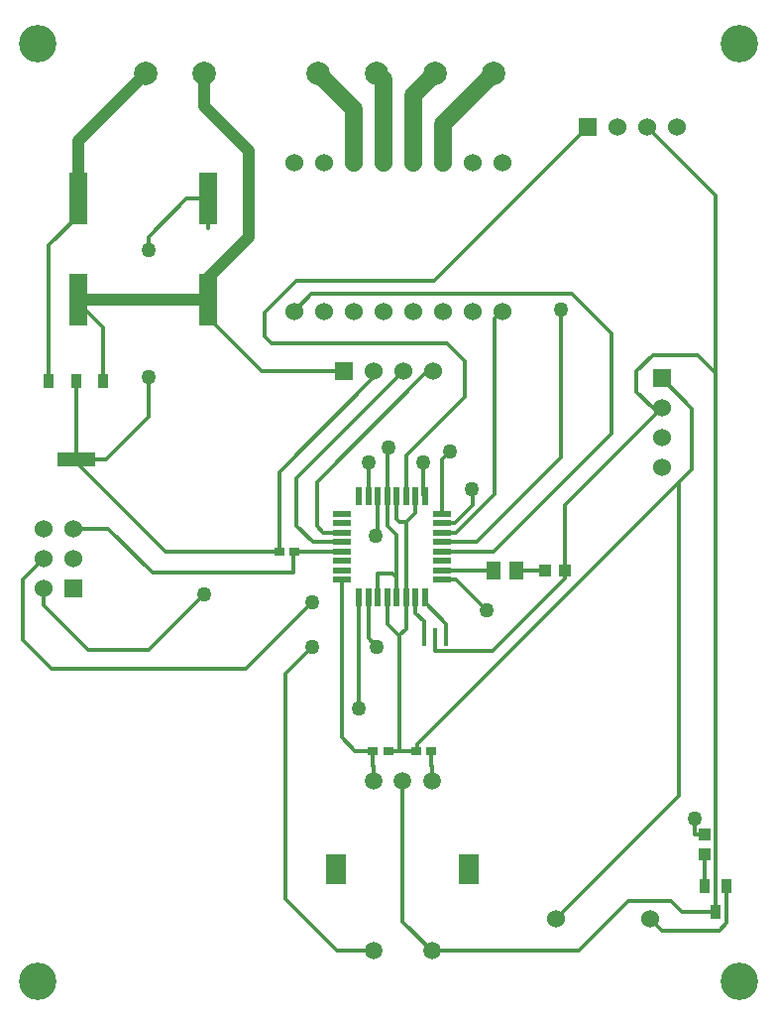
<source format=gtl>
G04*
G04 #@! TF.GenerationSoftware,Altium Limited,Altium Designer,18.0.7 (293)*
G04*
G04 Layer_Physical_Order=1*
G04 Layer_Color=255*
%FSLAX25Y25*%
%MOIN*%
G70*
G01*
G75*
%ADD19R,0.12756X0.05158*%
%ADD20R,0.03661X0.05158*%
%ADD21R,0.07087X0.10236*%
%ADD22R,0.02165X0.05906*%
%ADD23R,0.05906X0.02165*%
%ADD24R,0.01181X0.06299*%
%ADD25R,0.05906X0.17717*%
%ADD26R,0.05118X0.05906*%
%ADD27R,0.03937X0.04331*%
%ADD28R,0.03543X0.02756*%
%ADD29R,0.04331X0.03937*%
%ADD30R,0.03347X0.05118*%
%ADD50C,0.01378*%
%ADD51C,0.03937*%
%ADD52C,0.05906*%
%ADD53C,0.06000*%
%ADD54R,0.06299X0.06299*%
%ADD55C,0.05937*%
%ADD56R,0.06299X0.06299*%
%ADD57C,0.07874*%
%ADD58C,0.05000*%
%ADD59C,0.12598*%
D19*
X22835Y185158D02*
D03*
D20*
X13819Y211496D02*
D03*
X22835D02*
D03*
X31850D02*
D03*
D21*
X155118Y47441D02*
D03*
X110236D02*
D03*
D22*
X118110Y138779D02*
D03*
X121260D02*
D03*
X124409D02*
D03*
X127559D02*
D03*
X130709D02*
D03*
X133858D02*
D03*
X137008D02*
D03*
X140158D02*
D03*
Y172638D02*
D03*
X137008D02*
D03*
X133858D02*
D03*
X130709D02*
D03*
X127559D02*
D03*
X124409D02*
D03*
X121260D02*
D03*
X118110D02*
D03*
D23*
X146063Y144685D02*
D03*
Y147835D02*
D03*
Y150984D02*
D03*
Y154134D02*
D03*
Y157283D02*
D03*
Y160433D02*
D03*
Y163583D02*
D03*
Y166732D02*
D03*
X112205D02*
D03*
Y163583D02*
D03*
Y160433D02*
D03*
Y157283D02*
D03*
Y154134D02*
D03*
Y150984D02*
D03*
Y147835D02*
D03*
Y144685D02*
D03*
D24*
X139862Y125197D02*
D03*
X143602D02*
D03*
X147343D02*
D03*
D25*
X23524Y238779D02*
D03*
Y272638D02*
D03*
X67224Y238681D02*
D03*
Y272539D02*
D03*
D26*
X163386Y147736D02*
D03*
X170866D02*
D03*
D27*
X234350Y52264D02*
D03*
Y58957D02*
D03*
D28*
X96358Y153937D02*
D03*
X91240D02*
D03*
X137303Y87106D02*
D03*
X142421D02*
D03*
X127854D02*
D03*
X122736D02*
D03*
D29*
X187402Y147835D02*
D03*
X180709D02*
D03*
D30*
X241732Y41634D02*
D03*
X234252D02*
D03*
X237992Y32972D02*
D03*
D50*
X137690Y87106D02*
Y89232D01*
X127952Y87107D02*
X127953Y87008D01*
X21831Y185158D02*
X53051Y153937D01*
X219980Y212205D02*
X230118Y202067D01*
Y181661D02*
Y202067D01*
X225690Y177232D02*
X230118Y181661D01*
X225690Y72146D02*
Y177232D01*
X184350Y30807D02*
X225690Y72146D01*
X226490Y32932D02*
X237992D01*
X211417Y214660D02*
X216890Y220132D01*
X211417Y207677D02*
Y214660D01*
Y207677D02*
X216890Y202205D01*
X131595Y125886D02*
X133858Y128150D01*
Y138779D01*
X131595Y125787D02*
Y125886D01*
Y87066D02*
Y125787D01*
X127559Y129823D02*
X127756Y129626D01*
X127559D02*
X127756D01*
X131595Y125787D01*
X127559Y129823D02*
Y138779D01*
Y129626D02*
Y129823D01*
X127952Y87107D02*
X131595Y87066D01*
X127952Y87107D02*
Y87107D01*
X66142Y139764D02*
Y139764D01*
X47441Y121063D02*
X66142Y139764D01*
X27067Y121063D02*
X47441D01*
X11949Y136181D02*
X27067Y121063D01*
X11949Y136181D02*
Y141732D01*
X95990Y146876D02*
Y153937D01*
X48498Y146876D02*
X95990D01*
X33642Y161732D02*
X48498Y146876D01*
X21949Y161732D02*
X33642D01*
X47244Y259646D02*
X60138Y272539D01*
X47244Y255512D02*
Y259646D01*
X60138Y272539D02*
X67224D01*
X47441Y199508D02*
Y212598D01*
X33091Y185158D02*
X47441Y199508D01*
X22835Y185158D02*
X33091D01*
X23524Y238779D02*
X23622Y238681D01*
X14764Y114764D02*
X80020D01*
X5020Y124508D02*
X14764Y114764D01*
X5020Y124508D02*
Y144803D01*
X80020Y114764D02*
X102165Y136909D01*
X189545Y240672D02*
X202953Y227264D01*
X96161Y234744D02*
X102089Y240672D01*
X157579Y157283D02*
X186024Y185728D01*
X102089Y240672D02*
X189545D01*
X186024Y185728D02*
Y235433D01*
X202953Y193701D02*
Y227264D01*
X163386Y154134D02*
X202953Y193701D01*
X153543Y205886D02*
Y217913D01*
X147539Y223917D02*
X153543Y217913D01*
X88621Y223917D02*
X147539D01*
X86319Y226220D02*
X88621Y223917D01*
X133858Y186201D02*
X153543Y205886D01*
X86319Y234361D02*
X96890Y244932D01*
X86319Y226220D02*
Y234361D01*
X139764Y173032D02*
X140158Y172638D01*
X139764Y173032D02*
Y183858D01*
X133858Y172638D02*
Y186201D01*
X127559Y188702D02*
X127890Y189032D01*
X130709Y145213D02*
Y159686D01*
X127559Y162836D02*
X130709Y159686D01*
X127559Y162836D02*
Y172638D01*
X131588Y163983D02*
X133858D01*
X130709Y164862D02*
X131588Y163983D01*
X130709Y164862D02*
Y172638D01*
X146063Y185039D02*
X148622Y187598D01*
X146063Y166732D02*
Y185039D01*
X156299Y169562D02*
Y174606D01*
X155905Y175000D02*
X156299Y174606D01*
X150790Y160433D02*
X163779Y173423D01*
X146063Y160433D02*
X150790D01*
X163779Y173423D02*
Y232362D01*
X146063Y157283D02*
X157579D01*
X5020Y144803D02*
X11949Y151732D01*
X91240Y180807D02*
X122992Y212559D01*
X91240Y153937D02*
Y180807D01*
X141043Y214567D02*
X142992D01*
X103839Y177362D02*
X141043Y214567D01*
X103839Y162697D02*
Y177362D01*
X97047Y178622D02*
X132992Y214567D01*
X97047Y162795D02*
Y178622D01*
X122992Y212559D02*
Y214567D01*
X106102Y160433D02*
X112205D01*
X103839Y162697D02*
X106102Y160433D01*
X102559Y157283D02*
X112205D01*
X97047Y162795D02*
X102559Y157283D01*
X150320Y163583D02*
X156299Y169562D01*
X146063Y163583D02*
X150320D01*
X146063Y154134D02*
X163386D01*
X159775Y147736D02*
X163386D01*
X159676Y147835D02*
X159775Y147736D01*
X146063Y147835D02*
X159676D01*
X133858Y163983D02*
X137008Y167132D01*
X163779Y232362D02*
X166161Y234744D01*
X187402Y169626D02*
X219980Y202205D01*
X187402Y147835D02*
Y169626D01*
X93307Y113091D02*
X102165Y121949D01*
X93307Y37303D02*
Y113091D01*
Y37303D02*
X110728Y19882D01*
X122835D01*
X127953Y87008D02*
X137303Y87106D01*
X124016Y121850D02*
Y122146D01*
X121260Y124902D02*
X124016Y122146D01*
X118110Y101378D02*
Y138779D01*
X121260Y124902D02*
Y138779D01*
X22835Y185158D02*
Y211496D01*
X123622Y159365D02*
X124409Y160152D01*
Y172638D01*
X133858Y138779D02*
Y163983D01*
X21831Y185158D02*
X22835D01*
X53051Y153937D02*
X91190D01*
X137303Y87106D02*
X137690D01*
X237992Y214030D02*
Y273543D01*
Y32972D02*
Y214030D01*
X112190Y91732D02*
Y144685D01*
X137690Y89232D02*
X225690Y177232D01*
X127559Y172638D02*
Y188702D01*
X96890Y244932D02*
X143358D01*
X194980Y296555D01*
X230990Y58957D02*
X234350D01*
X230990D02*
Y64285D01*
X150590Y144685D02*
X160843Y134432D01*
X146063Y144685D02*
X150590D01*
X132677Y29724D02*
Y76968D01*
Y29724D02*
X142520Y19882D01*
X95990Y153937D02*
X96358D01*
X237992Y32932D02*
Y32972D01*
X222890Y36532D02*
X226490Y32932D01*
X208590Y36532D02*
X222890D01*
X191939Y19882D02*
X208590Y36532D01*
X142520Y19882D02*
X191939D01*
X67224Y238681D02*
Y245932D01*
X121260Y172638D02*
Y183862D01*
X13819Y211496D02*
Y257028D01*
X23524Y266732D01*
Y272638D01*
Y237586D02*
Y238779D01*
Y237586D02*
X31850Y229259D01*
Y211496D02*
Y229259D01*
X67224Y262532D02*
Y272539D01*
X137008Y167132D02*
Y172638D01*
X143602Y120532D02*
Y125197D01*
Y120532D02*
X162890D01*
X187402Y145044D01*
Y147835D01*
X214980Y296555D02*
X237992Y273543D01*
X216890Y202205D02*
X219980D01*
X216890Y220132D02*
X231890D01*
X237992Y214030D01*
X130709Y138779D02*
Y145213D01*
X129370Y146552D02*
X130709Y145213D01*
X124409Y146552D02*
X129370D01*
X124409Y138779D02*
Y146552D01*
X140158Y137032D02*
Y138779D01*
Y137032D02*
X147343Y129847D01*
Y125197D02*
Y129847D01*
X67224Y232732D02*
Y238681D01*
Y232732D02*
X85390Y214567D01*
X112992D01*
X241732Y29232D02*
Y41634D01*
X239232Y26732D02*
X241732Y29232D01*
X219921Y26732D02*
X239232D01*
X215847Y30807D02*
X219921Y26732D01*
X112190Y144685D02*
X112205D01*
X112190Y91732D02*
X116816Y87106D01*
X122736D01*
X137008Y133387D02*
Y138779D01*
Y133387D02*
X139862Y130532D01*
Y125197D02*
Y130532D01*
X175788Y147835D02*
X180709D01*
X175690Y147736D02*
X175788Y147835D01*
X170866Y147736D02*
X175690D01*
X234350Y46931D02*
Y52264D01*
X234252Y46832D02*
X234350Y46931D01*
X234252Y41634D02*
Y46832D01*
X104287Y154134D02*
X112205D01*
X104090Y153937D02*
X104287Y154134D01*
X96358Y153937D02*
X104090D01*
X142421Y82031D02*
Y87106D01*
Y82031D02*
X142520Y81932D01*
Y76968D02*
Y81932D01*
X122736Y82031D02*
Y87106D01*
Y82031D02*
X122835Y81932D01*
Y76968D02*
Y81932D01*
D51*
X23622Y238681D02*
X67224D01*
X65945Y303838D02*
X81004Y288779D01*
Y259712D02*
Y288779D01*
X67224Y245932D02*
X81004Y259712D01*
X65945Y303838D02*
Y314764D01*
X23524Y272638D02*
Y292065D01*
X46223Y314764D01*
D52*
X123917D02*
X126161Y312520D01*
Y284744D02*
Y312520D01*
X136161Y284744D02*
Y307286D01*
X143640Y314764D01*
X146161Y297601D02*
X163325Y314764D01*
X146161Y284744D02*
Y297601D01*
X116161Y284744D02*
Y302798D01*
X104195Y314764D02*
X116161Y302798D01*
D53*
X224980Y296555D02*
D03*
X214980D02*
D03*
X204980D02*
D03*
X96161Y284744D02*
D03*
X106161D02*
D03*
X116161D02*
D03*
X126161D02*
D03*
X136161D02*
D03*
X146161D02*
D03*
X156161D02*
D03*
X166161D02*
D03*
Y234744D02*
D03*
X156161D02*
D03*
X146161D02*
D03*
X136161D02*
D03*
X126161D02*
D03*
X116161D02*
D03*
X106161D02*
D03*
X96161D02*
D03*
X215847Y30807D02*
D03*
X184350D02*
D03*
X219980Y202205D02*
D03*
Y192205D02*
D03*
Y182205D02*
D03*
X21949Y151732D02*
D03*
Y161732D02*
D03*
X11949Y141732D02*
D03*
Y151732D02*
D03*
Y161732D02*
D03*
X122992Y214567D02*
D03*
X132992D02*
D03*
X142992D02*
D03*
D54*
X194980Y296555D02*
D03*
X21949Y141732D02*
D03*
X112992Y214567D02*
D03*
D55*
X122835Y19882D02*
D03*
X142520D02*
D03*
Y76968D02*
D03*
X132677D02*
D03*
X122835D02*
D03*
D56*
X219980Y212205D02*
D03*
D57*
X163325Y314764D02*
D03*
X143640D02*
D03*
X123917D02*
D03*
X104195D02*
D03*
X46223D02*
D03*
X65945D02*
D03*
D58*
X66142Y139764D02*
D03*
X47244Y255512D02*
D03*
X47441Y212598D02*
D03*
X186024Y235433D02*
D03*
X139764Y183858D02*
D03*
X127890Y189032D02*
D03*
X123622Y159365D02*
D03*
X155905Y175000D02*
D03*
X148622Y187598D02*
D03*
X102165Y136909D02*
D03*
Y121949D02*
D03*
X124016Y122146D02*
D03*
X230990Y64285D02*
D03*
X160843Y134432D02*
D03*
X121260Y183862D02*
D03*
X118110Y101378D02*
D03*
D59*
X246063Y324803D02*
D03*
Y9843D02*
D03*
X9843D02*
D03*
Y324803D02*
D03*
M02*

</source>
